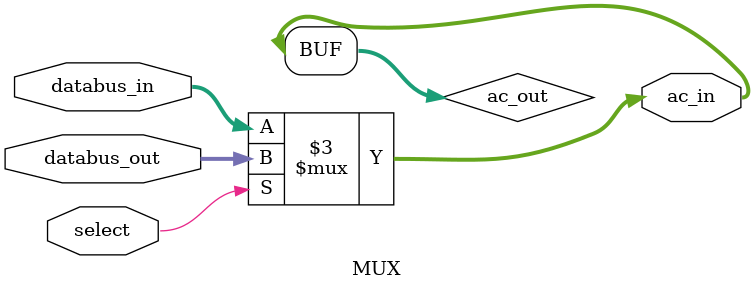
<source format=v>
module MUX (databus_in, databus_out,select, ac_in);
input select;
input [7:0] databus_in;
input [7:0] databus_out;
output [7:0] ac_in;

reg [7 :0] ac_out;

always @(databus_in, databus_out,select) begin
  if (select)
    ac_out = databus_out;
  else
    ac_out = databus_in;
  end
assign ac_in = ac_out;
endmodule




</source>
